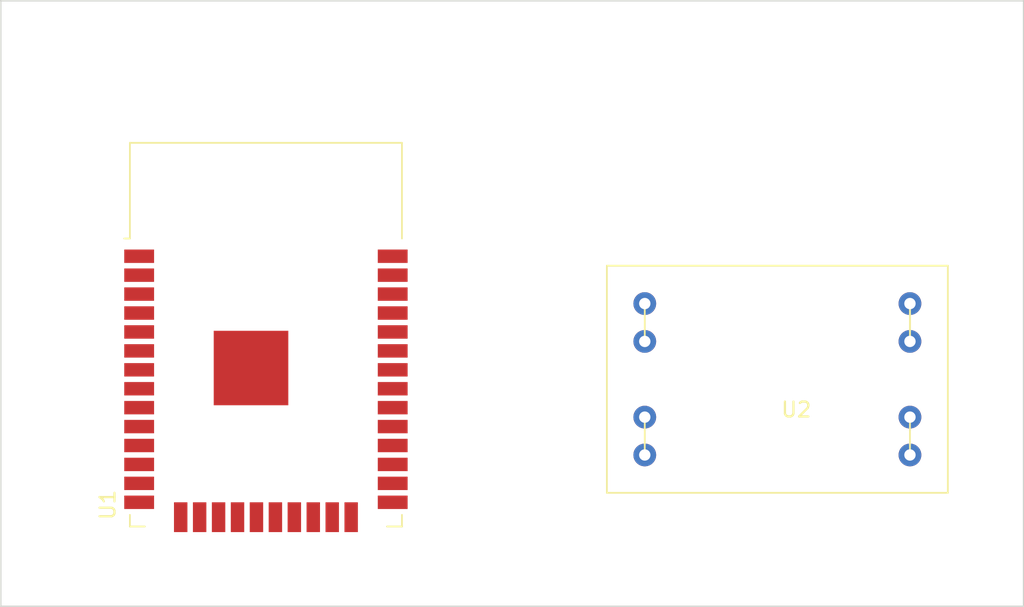
<source format=kicad_pcb>
(kicad_pcb (version 20211014) (generator pcbnew)
  (layers (0 "F.Cu" signal) (31 "B.Cu" signal) (34 "B.Paste" user) (35 "F.Paste" user) (36 "B.SilkS" user "B.Silkscreen") (37 "F.SilkS" user "F.Silkscreen") (38 "B.Mask" user) (39 "F.Mask" user) (44 "Edge.Cuts" user))
  (net 0 "")
  (net 1 "Net-(U1-Pad1)")
  (net 2 "Net-(U1-Pad2)")
  (net 11 "Net-(R1-Pad1)")
  (footprint "RF_Module:ESP32-WROOM-32" (layer "F.Cu") (at 142.24 114.3)
    (fp_text reference "U1" (at -10.61 8.43 90) (layer "F.SilkS"))
    (fp_text value "ESP32-WROOM-32")
    (fp_line (start -9.12 9.1) (end -9.12 9.88) (layer "F.SilkS") (width 0.12))
    (fp_line (start 9.12 9.1) (end 9.12 9.88) (layer "F.SilkS") (width 0.12))
    (fp_line (start -9.12 -15.865) (end -9.12 -9.445) (layer "F.SilkS") (width 0.12))
    (fp_line (start -9.12 9.88) (end -8.12 9.88) (layer "F.SilkS") (width 0.12))
    (fp_line (start 9.12 9.88) (end 8.12 9.88) (layer "F.SilkS") (width 0.12))
    (fp_line (start 9.12 -15.865) (end 9.12 -9.445) (layer "F.SilkS") (width 0.12))
    (fp_line (start -9.12 -15.865) (end 9.12 -15.865) (layer "F.SilkS") (width 0.12))
    (fp_line (start -9.12 -9.445) (end -9.5 -9.445) (layer "F.SilkS") (width 0.12))
    (pad "1" smd rect (at -8.5 -8.255) (size 2 0.9) (layers "F.Cu" "F.Paste" "F.Mask") (net 1 "Net-(U1-Pad1)"))
    (pad "2" smd rect (at -8.5 -6.985) (size 2 0.9) (layers "F.Cu" "F.Paste" "F.Mask") (net 2 "Net-(U1-Pad2)"))
    (pad "3" smd rect (at -8.5 -5.715) (size 2 0.9) (layers "F.Cu" "F.Paste" "F.Mask"))
    (pad "4" smd rect (at -8.5 -4.445) (size 2 0.9) (layers "F.Cu" "F.Paste" "F.Mask"))
    (pad "5" smd rect (at -8.5 -3.175) (size 2 0.9) (layers "F.Cu" "F.Paste" "F.Mask"))
    (pad "6" smd rect (at -8.5 -1.905) (size 2 0.9) (layers "F.Cu" "F.Paste" "F.Mask"))
    (pad "7" smd rect (at -8.5 -0.635) (size 2 0.9) (layers "F.Cu" "F.Paste" "F.Mask"))
    (pad "8" smd rect (at -8.5 0.635) (size 2 0.9) (layers "F.Cu" "F.Paste" "F.Mask"))
    (pad "9" smd rect (at -8.5 1.905) (size 2 0.9) (layers "F.Cu" "F.Paste" "F.Mask"))
    (pad "10" smd rect (at -8.5 3.175) (size 2 0.9) (layers "F.Cu" "F.Paste" "F.Mask"))
    (pad "11" smd rect (at -8.5 4.445) (size 2 0.9) (layers "F.Cu" "F.Paste" "F.Mask") (net 11 "Net-(R1-Pad1)"))
    (pad "12" smd rect (at -8.5 5.715) (size 2 0.9) (layers "F.Cu" "F.Paste" "F.Mask"))
    (pad "13" smd rect (at -8.5 6.985) (size 2 0.9) (layers "F.Cu" "F.Paste" "F.Mask"))
    (pad "14" smd rect (at -8.5 8.255) (size 2 0.9) (layers "F.Cu" "F.Paste" "F.Mask"))
    (pad "15" smd rect (at -5.715 9.255 90) (size 2 0.9) (layers "F.Cu" "F.Paste" "F.Mask") (net 1 "Net-(U1-Pad1)"))
    (pad "16" smd rect (at -4.445 9.255 90) (size 2 0.9) (layers "F.Cu" "F.Paste" "F.Mask"))
    (pad "17" smd rect (at -3.175 9.255 90) (size 2 0.9) (layers "F.Cu" "F.Paste" "F.Mask"))
    (pad "18" smd rect (at -1.905 9.255 90) (size 2 0.9) (layers "F.Cu" "F.Paste" "F.Mask"))
    (pad "19" smd rect (at -0.635 9.255 90) (size 2 0.9) (layers "F.Cu" "F.Paste" "F.Mask"))
    (pad "20" smd rect (at 0.635 9.255 90) (size 2 0.9) (layers "F.Cu" "F.Paste" "F.Mask"))
    (pad "21" smd rect (at 1.905 9.255 90) (size 2 0.9) (layers "F.Cu" "F.Paste" "F.Mask"))
    (pad "22" smd rect (at 3.175 9.255 90) (size 2 0.9) (layers "F.Cu" "F.Paste" "F.Mask"))
    (pad "23" smd rect (at 4.445 9.255 90) (size 2 0.9) (layers "F.Cu" "F.Paste" "F.Mask"))
    (pad "24" smd rect (at 5.715 9.255 90) (size 2 0.9) (layers "F.Cu" "F.Paste" "F.Mask"))
    (pad "25" smd rect (at 8.5 8.255) (size 2 0.9) (layers "F.Cu" "F.Paste" "F.Mask"))
    (pad "26" smd rect (at 8.5 6.985) (size 2 0.9) (layers "F.Cu" "F.Paste" "F.Mask"))
    (pad "27" smd rect (at 8.5 5.715) (size 2 0.9) (layers "F.Cu" "F.Paste" "F.Mask"))
    (pad "28" smd rect (at 8.5 4.445) (size 2 0.9) (layers "F.Cu" "F.Paste" "F.Mask"))
    (pad "29" smd rect (at 8.5 3.175) (size 2 0.9) (layers "F.Cu" "F.Paste" "F.Mask"))
    (pad "30" smd rect (at 8.5 1.905) (size 2 0.9) (layers "F.Cu" "F.Paste" "F.Mask"))
    (pad "31" smd rect (at 8.5 0.635) (size 2 0.9) (layers "F.Cu" "F.Paste" "F.Mask"))
    (pad "32" smd rect (at 8.5 -0.635) (size 2 0.9) (layers "F.Cu" "F.Paste" "F.Mask"))
    (pad "33" smd rect (at 8.5 -1.905) (size 2 0.9) (layers "F.Cu" "F.Paste" "F.Mask"))
    (pad "34" smd rect (at 8.5 -3.175) (size 2 0.9) (layers "F.Cu" "F.Paste" "F.Mask"))
    (pad "35" smd rect (at 8.5 -4.445) (size 2 0.9) (layers "F.Cu" "F.Paste" "F.Mask"))
    (pad "36" smd rect (at 8.5 -5.715) (size 2 0.9) (layers "F.Cu" "F.Paste" "F.Mask"))
    (pad "37" smd rect (at 8.5 -6.985) (size 2 0.9) (layers "F.Cu" "F.Paste" "F.Mask"))
    (pad "38" smd rect (at 8.5 -8.255) (size 2 0.9) (layers "F.Cu" "F.Paste" "F.Mask") (net 1 "Net-(U1-Pad1)"))
    (pad "39" smd rect (at -1 -0.755) (size 5 5) (layers "F.Cu" "F.Paste" "F.Mask") (net 1 "Net-(U1-Pad1)"))
  )
  (footprint "Converter_DCDC:DCDC_Generic-5v" (layer "F.Cu") (at 177.8 116.84)
    (fp_text reference "U2" (at 0 -0.5 unlocked) (layer "F.SilkS"))
    (fp_text value "Generic_5v_Module")
    (fp_line (start 7.62 -7.62) (end 7.62 -5.08) (layer "F.SilkS") (width 0.12))
    (fp_line (start 10.16 -10.16) (end 10.16 5.08) (layer "F.SilkS") (width 0.12))
    (fp_line (start 7.62 0) (end 7.62 2.54) (layer "F.SilkS") (width 0.12))
    (fp_line (start 7.62 -7.62) (end 7.62 -5.08) (layer "F.SilkS") (width 0.12))
    (fp_line (start -10.16 0) (end -10.16 2.54) (layer "F.SilkS") (width 0.12))
    (fp_line (start -10.16 -7.62) (end -10.16 -5.08) (layer "F.SilkS") (width 0.12))
    (fp_line (start -12.7 -10.16) (end 10.16 -10.16) (layer "F.SilkS") (width 0.12))
    (fp_line (start 10.16 5.08) (end -12.7 5.08) (layer "F.SilkS") (width 0.12))
    (fp_line (start -12.7 5.08) (end -12.7 -10.16) (layer "F.SilkS") (width 0.12))
    (pad "1" thru_hole circle (at -10.16 -7.62) (size 1.524 1.524) (drill 0.762) (layers *.Cu *.Mask))
    (pad "1" thru_hole circle (at -10.16 -5.08) (size 1.524 1.524) (drill 0.762) (layers *.Cu *.Mask))
    (pad "2" thru_hole circle (at -10.16 0) (size 1.524 1.524) (drill 0.762) (layers *.Cu *.Mask))
    (pad "2" thru_hole circle (at -10.16 2.54) (size 1.524 1.524) (drill 0.762) (layers *.Cu *.Mask))
    (pad "3" thru_hole circle (at 7.62 -5.08) (size 1.524 1.524) (drill 0.762) (layers *.Cu *.Mask) (net 2 "Net-(U1-Pad2)"))
    (pad "3" thru_hole circle (at 7.62 -7.62) (size 1.524 1.524) (drill 0.762) (layers *.Cu *.Mask) (net 2 "Net-(U1-Pad2)"))
    (pad "4" thru_hole circle (at 7.62 2.54) (size 1.524 1.524) (drill 0.762) (layers *.Cu *.Mask) (net 1 "Net-(U1-Pad1)"))
    (pad "4" thru_hole circle (at 7.62 0) (size 1.524 1.524) (drill 0.762) (layers *.Cu *.Mask) (net 1 "Net-(U1-Pad1)"))
  )
  (gr_rect (start 124.46 88.9) (end 193.04 129.54) (layer "Edge.Cuts") (width 0.1) (fill none))
)
</source>
